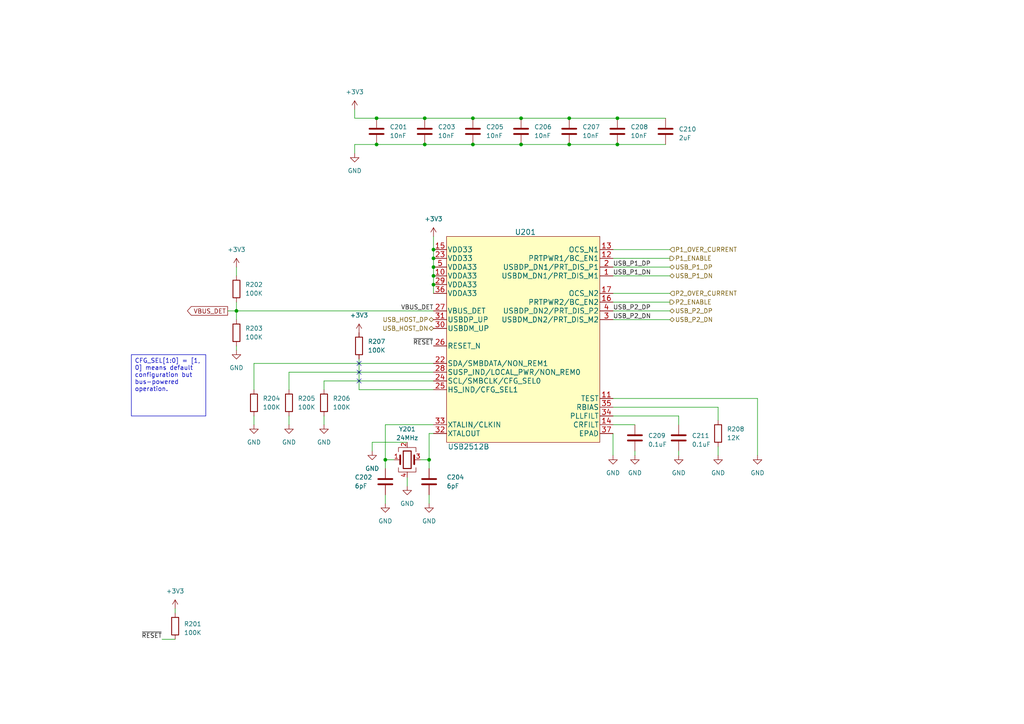
<source format=kicad_sch>
(kicad_sch (version 20230121) (generator eeschema)
  (paper "A4")
  (lib_symbols
    (symbol "2usb:USB2512B-AEZG" (pin_names (offset 0.254))
      (property "Reference" "U" (at 0 33.02 0))
      (property "Value" "USB2512B-AEZG" (at -13.97 -30.48 0))
      (symbol "USB2512B-AEZG_1_1"
        (rectangle (start -22.86 30.48) (end 21.59 -29.21) (fill (type background)))
        (pin bidirectional line (at 25.4 19.05 180) (length 3.81) (name "USBDM_DN1/PRT_DIS_M1") (number "1"))
        (pin power_in line (at -26.67 19.05 0) (length 3.81) (name "VDDA33") (number "10"))
        (pin passive line (at 25.4 -16.51 180) (length 3.81) (name "TEST") (number "11"))
        (pin bidirectional line (at 25.4 24.13 180) (length 3.81) (name "PRTPWR1/BC_EN1") (number "12"))
        (pin bidirectional line (at 25.4 26.67 180) (length 3.81) (name "OCS_N1") (number "13"))
        (pin bidirectional line (at 25.4 -24.13 180) (length 3.81) (name "CRFILT") (number "14"))
        (pin power_in line (at -26.67 26.67 0) (length 3.81) (name "VDD33") (number "15"))
        (pin bidirectional line (at 25.4 11.43 180) (length 3.81) (name "PRTPWR2/BC_EN2") (number "16"))
        (pin bidirectional line (at 25.4 13.97 180) (length 3.81) (name "OCS_N2") (number "17"))
        (pin no_connect line (at -3.81 -52.07 0) (length 3.81) hide (name "NC") (number "18"))
        (pin no_connect line (at -3.81 -36.83 0) (length 3.81) hide (name "NC") (number "19"))
        (pin bidirectional line (at 25.4 21.59 180) (length 3.81) (name "USBDP_DN1/PRT_DIS_P1") (number "2"))
        (pin no_connect line (at -3.81 -31.75 0) (length 3.81) hide (name "NC") (number "20"))
        (pin no_connect line (at -3.81 -34.29 0) (length 3.81) hide (name "NC") (number "21"))
        (pin bidirectional line (at -26.67 -6.35 0) (length 3.81) (name "SDA/SMBDATA/NON_REM1") (number "22"))
        (pin power_in line (at -26.67 24.13 0) (length 3.81) (name "VDD33") (number "23"))
        (pin bidirectional line (at -26.67 -11.43 0) (length 3.81) (name "SCL/SMBCLK/CFG_SEL0") (number "24"))
        (pin bidirectional line (at -26.67 -13.97 0) (length 3.81) (name "HS_IND/CFG_SEL1") (number "25"))
        (pin bidirectional line (at -26.67 -1.27 0) (length 3.81) (name "RESET_N") (number "26"))
        (pin bidirectional line (at -26.67 8.89 0) (length 3.81) (name "VBUS_DET") (number "27"))
        (pin bidirectional line (at -26.67 -8.89 0) (length 3.81) (name "SUSP_IND/LOCAL_PWR/NON_REM0") (number "28"))
        (pin power_in line (at -26.67 16.51 0) (length 3.81) (name "VDDA33") (number "29"))
        (pin bidirectional line (at 25.4 6.35 180) (length 3.81) (name "USBDM_DN2/PRT_DIS_M2") (number "3"))
        (pin bidirectional line (at -26.67 3.81 0) (length 3.81) (name "USBDM_UP") (number "30"))
        (pin bidirectional line (at -26.67 6.35 0) (length 3.81) (name "USBDP_UP") (number "31"))
        (pin output line (at -26.67 -26.67 0) (length 3.81) (name "XTALOUT") (number "32"))
        (pin input line (at -26.67 -24.13 0) (length 3.81) (name "XTALIN/CLKIN") (number "33"))
        (pin bidirectional line (at 25.4 -21.59 180) (length 3.81) (name "PLLFILT") (number "34"))
        (pin bidirectional line (at 25.4 -19.05 180) (length 3.81) (name "RBIAS") (number "35"))
        (pin power_in line (at -26.67 13.97 0) (length 3.81) (name "VDDA33") (number "36"))
        (pin unspecified line (at 25.4 -26.67 180) (length 3.81) (name "EPAD") (number "37"))
        (pin bidirectional line (at 25.4 8.89 180) (length 3.81) (name "USBDP_DN2/PRT_DIS_P2") (number "4"))
        (pin power_in line (at -26.67 21.59 0) (length 3.81) (name "VDDA33") (number "5"))
        (pin no_connect line (at -3.81 -41.91 0) (length 3.81) hide (name "NC") (number "6"))
        (pin no_connect line (at -3.81 -44.45 0) (length 3.81) hide (name "NC") (number "7"))
        (pin no_connect line (at -3.81 -46.99 0) (length 3.81) hide (name "NC") (number "8"))
        (pin no_connect line (at -3.81 -49.53 0) (length 3.81) hide (name "NC") (number "9"))
      )
    )
    (symbol "Device:C" (pin_numbers hide) (pin_names (offset 0.254))
      (property "Reference" "C" (at 0.635 2.54 0))
      (property "Value" "C" (at 0.635 -2.54 0))
      (symbol "C_0_1"
        (polyline (pts (xy -2.032 -0.762) (xy 2.032 -0.762)) (stroke (width 0.508)))
        (polyline (pts (xy -2.032 0.762) (xy 2.032 0.762)) (stroke (width 0.508)))
      )
      (symbol "C_1_1"
        (pin passive line (at 0 3.81 270) (length 2.794) (name "~") (number "1"))
        (pin passive line (at 0 -3.81 90) (length 2.794) (name "~") (number "2"))
      )
    )
    (symbol "Device:Crystal_GND24" (pin_names (offset 1.016) hide)
      (property "Reference" "Y" (at 3.175 5.08 0))
      (property "Value" "Crystal_GND24" (at 3.175 3.175 0))
      (symbol "Crystal_GND24_0_1"
        (rectangle (start -1.143 2.54) (end 1.143 -2.54) (stroke (width 0.3048)))
        (polyline (pts (xy -2.54 0) (xy -2.032 0)))
        (polyline (pts (xy -2.032 -1.27) (xy -2.032 1.27)) (stroke (width 0.508)))
        (polyline (pts (xy 0 -3.81) (xy 0 -3.556)))
        (polyline (pts (xy 0 3.556) (xy 0 3.81)))
        (polyline (pts (xy 2.032 -1.27) (xy 2.032 1.27)) (stroke (width 0.508)))
        (polyline (pts (xy 2.032 0) (xy 2.54 0)))
        (polyline (pts (xy -2.54 -2.286) (xy -2.54 -3.556) (xy 2.54 -3.556) (xy 2.54 -2.286)))
        (polyline (pts (xy -2.54 2.286) (xy -2.54 3.556) (xy 2.54 3.556) (xy 2.54 2.286)))
      )
      (symbol "Crystal_GND24_1_1"
        (pin passive line (at -3.81 0 0) (length 1.27) (name "1") (number "1"))
        (pin passive line (at 0 5.08 270) (length 1.27) (name "2") (number "2"))
        (pin passive line (at 3.81 0 180) (length 1.27) (name "3") (number "3"))
        (pin passive line (at 0 -5.08 90) (length 1.27) (name "4") (number "4"))
      )
    )
    (symbol "Device:R" (pin_numbers hide) (pin_names (offset 0))
      (property "Reference" "R" (at 2.032 0 90))
      (property "Value" "R" (at 0 0 90))
      (symbol "R_0_1"
        (rectangle (start -1.016 -2.54) (end 1.016 2.54) (stroke (width 0.254)))
      )
      (symbol "R_1_1"
        (pin passive line (at 0 3.81 270) (length 1.27) (name "~") (number "1"))
        (pin passive line (at 0 -3.81 90) (length 1.27) (name "~") (number "2"))
      )
    )
    (symbol "power:+3V3" (power) (pin_names (offset 0))
      (property "Value" "+3V3" (at 0 3.556 0))
      (symbol "+3V3_0_1"
        (polyline (pts (xy -0.762 1.27) (xy 0 2.54)))
        (polyline (pts (xy 0 0) (xy 0 2.54)))
        (polyline (pts (xy 0 2.54) (xy 0.762 1.27)))
      )
      (symbol "+3V3_1_1"
        (pin power_in line (at 0 0 90) (length 0) hide (name "+3V3") (number "1"))
      )
    )
    (symbol "power:GND" (power) (pin_names (offset 0))
      (property "Value" "GND" (at 0 -3.81 0))
      (symbol "GND_0_1"
        (polyline (pts (xy 0 0) (xy 0 -1.27) (xy 1.27 -1.27) (xy 0 -2.54) (xy -1.27 -1.27) (xy 0 -1.27)))
      )
      (symbol "GND_1_1"
        (pin power_in line (at 0 0 270) (length 0) hide (name "GND") (number "1"))
      )
    )
  )
  (junction (at 125.73 74.93))
  (junction (at 109.22 41.91))
  (junction (at 124.46 133.35))
  (junction (at 123.19 34.29))
  (junction (at 125.73 72.39))
  (junction (at 68.58 90.17))
  (junction (at 123.19 41.91))
  (junction (at 165.1 41.91))
  (junction (at 151.13 34.29))
  (junction (at 109.22 34.29))
  (junction (at 179.07 41.91))
  (junction (at 137.16 34.29))
  (junction (at 179.07 34.29))
  (junction (at 111.76 133.35))
  (junction (at 125.73 80.01))
  (junction (at 165.1 34.29))
  (junction (at 125.73 82.55))
  (junction (at 151.13 41.91))
  (junction (at 137.16 41.91))
  (junction (at 125.73 77.47))
  (no_connect (at 104.14 107.95))
  (no_connect (at 104.14 105.41))
  (no_connect (at 104.14 110.49))
  (wire (pts (xy 124.46 133.35) (xy 124.46 135.89)))
  (wire (pts (xy 123.19 34.29) (xy 137.16 34.29)))
  (wire (pts (xy 125.73 125.73) (xy 124.46 125.73)))
  (wire (pts (xy 196.85 130.81) (xy 196.85 132.08)))
  (wire (pts (xy 104.14 104.14) (xy 104.14 113.03)))
  (wire (pts (xy 111.76 123.19) (xy 111.76 133.35)))
  (wire (pts (xy 194.31 85.09) (xy 177.8 85.09)))
  (wire (pts (xy 177.8 115.57) (xy 219.71 115.57)))
  (wire (pts (xy 179.07 41.91) (xy 193.04 41.91)))
  (wire (pts (xy 125.73 68.58) (xy 125.73 72.39)))
  (wire (pts (xy 179.07 34.29) (xy 193.04 34.29)))
  (wire (pts (xy 46.99 185.42) (xy 50.8 185.42)))
  (wire (pts (xy 151.13 34.29) (xy 165.1 34.29)))
  (wire (pts (xy 111.76 133.35) (xy 114.3 133.35)))
  (wire (pts (xy 109.22 41.91) (xy 123.19 41.91)))
  (wire (pts (xy 194.31 80.01) (xy 177.8 80.01)))
  (wire (pts (xy 125.73 77.47) (xy 125.73 80.01)))
  (wire (pts (xy 102.87 41.91) (xy 102.87 44.45)))
  (wire (pts (xy 165.1 34.29) (xy 179.07 34.29)))
  (wire (pts (xy 118.11 128.27) (xy 107.95 128.27)))
  (wire (pts (xy 83.82 107.95) (xy 83.82 113.03)))
  (wire (pts (xy 107.95 128.27) (xy 107.95 130.81)))
  (wire (pts (xy 125.73 123.19) (xy 111.76 123.19)))
  (wire (pts (xy 73.66 105.41) (xy 125.73 105.41)))
  (wire (pts (xy 123.19 41.91) (xy 137.16 41.91)))
  (wire (pts (xy 208.28 129.54) (xy 208.28 132.08)))
  (wire (pts (xy 66.04 90.17) (xy 68.58 90.17)))
  (wire (pts (xy 124.46 143.51) (xy 124.46 146.05)))
  (wire (pts (xy 109.22 41.91) (xy 102.87 41.91)))
  (wire (pts (xy 137.16 41.91) (xy 151.13 41.91)))
  (wire (pts (xy 102.87 31.75) (xy 102.87 34.29)))
  (wire (pts (xy 124.46 125.73) (xy 124.46 133.35)))
  (wire (pts (xy 109.22 34.29) (xy 123.19 34.29)))
  (wire (pts (xy 125.73 72.39) (xy 125.73 74.93)))
  (wire (pts (xy 125.73 107.95) (xy 83.82 107.95)))
  (wire (pts (xy 68.58 100.33) (xy 68.58 101.6)))
  (wire (pts (xy 68.58 90.17) (xy 125.73 90.17)))
  (wire (pts (xy 177.8 118.11) (xy 208.28 118.11)))
  (wire (pts (xy 194.31 87.63) (xy 177.8 87.63)))
  (wire (pts (xy 194.31 90.17) (xy 177.8 90.17)))
  (wire (pts (xy 68.58 77.47) (xy 68.58 80.01)))
  (wire (pts (xy 177.8 123.19) (xy 184.15 123.19)))
  (wire (pts (xy 93.98 120.65) (xy 93.98 123.19)))
  (wire (pts (xy 165.1 41.91) (xy 179.07 41.91)))
  (wire (pts (xy 118.11 138.43) (xy 118.11 140.97)))
  (wire (pts (xy 111.76 133.35) (xy 111.76 135.89)))
  (wire (pts (xy 125.73 80.01) (xy 125.73 82.55)))
  (wire (pts (xy 111.76 143.51) (xy 111.76 146.05)))
  (wire (pts (xy 137.16 34.29) (xy 151.13 34.29)))
  (wire (pts (xy 184.15 130.81) (xy 184.15 132.08)))
  (wire (pts (xy 219.71 115.57) (xy 219.71 132.08)))
  (wire (pts (xy 93.98 110.49) (xy 93.98 113.03)))
  (wire (pts (xy 208.28 118.11) (xy 208.28 121.92)))
  (wire (pts (xy 177.8 120.65) (xy 196.85 120.65)))
  (wire (pts (xy 109.22 34.29) (xy 102.87 34.29)))
  (wire (pts (xy 151.13 41.91) (xy 165.1 41.91)))
  (wire (pts (xy 125.73 110.49) (xy 93.98 110.49)))
  (wire (pts (xy 125.73 74.93) (xy 125.73 77.47)))
  (wire (pts (xy 177.8 125.73) (xy 177.8 132.08)))
  (wire (pts (xy 125.73 82.55) (xy 125.73 85.09)))
  (wire (pts (xy 83.82 120.65) (xy 83.82 123.19)))
  (wire (pts (xy 73.66 113.03) (xy 73.66 105.41)))
  (wire (pts (xy 196.85 123.19) (xy 196.85 120.65)))
  (wire (pts (xy 194.31 92.71) (xy 177.8 92.71)))
  (wire (pts (xy 73.66 120.65) (xy 73.66 123.19)))
  (wire (pts (xy 194.31 77.47) (xy 177.8 77.47)))
  (wire (pts (xy 194.31 74.93) (xy 177.8 74.93)))
  (wire (pts (xy 124.46 133.35) (xy 121.92 133.35)))
  (wire (pts (xy 104.14 113.03) (xy 125.73 113.03)))
  (wire (pts (xy 68.58 90.17) (xy 68.58 92.71)))
  (wire (pts (xy 50.8 176.53) (xy 50.8 177.8)))
  (wire (pts (xy 68.58 87.63) (xy 68.58 90.17)))
  (wire (pts (xy 194.31 72.39) (xy 177.8 72.39)))
  (text_box "CFG_SEL[1:0] = [1, 0] means default configuration but bus-powered operation." (at 38.1 102.87 0) (size 21.59 17.78) (effects (font (size 1.27 1.27)) (justify left top)))
  (label "USB_P2_DP" (at 177.8 90.17 0))
  (label "USB_P1_DN" (at 177.8 80.01 0))
  (label "USB_P2_DN" (at 177.8 92.71 0))
  (label "USB_P1_DP" (at 177.8 77.47 0))
  (label "~{RESET}" (at 46.99 185.42 180))
  (label "~{RESET}" (at 125.73 100.33 180))
  (label "VBUS_DET" (at 125.73 90.17 180))
  (global_label "VBUS_DET" (shape output) (at 66.04 90.17 180) (property "Intersheetrefs" "${INTERSHEET_REFS}" (effects hide)))
  (hierarchical_label "USB_HOST_DP" (shape bidirectional) (at 125.73 92.71 180))
  (hierarchical_label "P1_OVER_CURRENT" (shape input) (at 194.31 72.39 0))
  (hierarchical_label "USB_HOST_DN" (shape bidirectional) (at 125.73 95.25 180))
  (hierarchical_label "USB_P2_DP" (shape bidirectional) (at 194.31 90.17 0))
  (hierarchical_label "P2_ENABLE" (shape output) (at 194.31 87.63 0))
  (hierarchical_label "USB_P1_DP" (shape bidirectional) (at 194.31 77.47 0))
  (hierarchical_label "P1_ENABLE" (shape output) (at 194.31 74.93 0))
  (hierarchical_label "USB_P1_DN" (shape bidirectional) (at 194.31 80.01 0))
  (hierarchical_label "P2_OVER_CURRENT" (shape input) (at 194.31 85.09 0))
  (hierarchical_label "USB_P2_DN" (shape bidirectional) (at 194.31 92.71 0))
  (symbol (lib_id "power:GND") (at 102.87 44.45 0) (unit 1)
    (property "Reference" "#PWR0308" (effects hide))
    (property "Value" "GND" (at 102.87 49.53 0))
  )
  (symbol (lib_id "power:GND") (at 208.28 132.08 0) (unit 1)
    (property "Reference" "#PWR0318" (effects hide))
    (property "Value" "GND" (at 208.28 137.16 0))
  )
  (symbol (lib_id "power:GND") (at 68.58 101.6 0) (unit 1)
    (property "Reference" "#PWR0303" (effects hide))
    (property "Value" "GND" (at 68.58 106.68 0))
  )
  (symbol (lib_id "power:GND") (at 124.46 146.05 0) (unit 1)
    (property "Reference" "#PWR0313" (effects hide))
    (property "Value" "GND" (at 124.46 151.13 0))
  )
  (symbol (lib_id "2usb:USB2512B-AEZG") (at 152.4 99.06 0) (unit 1)
    (property "Reference" "U201" (at 152.4 67.31 0) (effects (font (size 1.524 1.524))))
    (property "Value" "USB2512B" (at 135.89 129.54 0) (effects (font (size 1.524 1.524))))
    (property "Footprint" "2usb:USB2512-AEZG" (effects hide))
    (property "Datasheet" "https://ww1.microchip.com/downloads/aemDocuments/documents/OTH/ProductDocuments/DataSheets/00001692C.pdf" (effects hide))
    (property "MPN" "USB2512BT/M2" (effects hide))
    (property "Manufacturer" "Microchip" (effects hide))
  )
  (symbol (lib_id "power:GND") (at 196.85 132.08 0) (unit 1)
    (property "Reference" "#PWR0317" (effects hide))
    (property "Value" "GND" (at 196.85 137.16 0))
  )
  (symbol (lib_id "Device:R") (at 93.98 116.84 0) (unit 1)
    (property "Reference" "R206" (at 96.52 115.5699 0) (effects (justify left)))
    (property "Value" "100K" (at 96.52 118.1099 0) (effects (justify left)))
    (property "Footprint" "Resistor_SMD:R_0201_0603Metric" (effects hide))
  )
  (symbol (lib_id "power:GND") (at 184.15 132.08 0) (unit 1)
    (property "Reference" "#PWR0316" (effects hide))
    (property "Value" "GND" (at 184.15 137.16 0))
  )
  (symbol (lib_id "Device:R") (at 104.14 100.33 0) (unit 1)
    (property "Reference" "R207" (at 106.68 99.0599 0) (effects (justify left)))
    (property "Value" "100K" (at 106.68 101.5999 0) (effects (justify left)))
    (property "Footprint" "Resistor_SMD:R_0201_0603Metric" (effects hide))
  )
  (symbol (lib_id "Device:C") (at 196.85 127 0) (unit 1)
    (property "Reference" "C211" (at 200.66 126.365 0) (effects (justify left)))
    (property "Value" "0.1uF" (at 200.66 128.905 0) (effects (justify left)))
    (property "Footprint" "Capacitor_SMD:C_0201_0603Metric" (effects hide))
  )
  (symbol (lib_id "Device:R") (at 68.58 96.52 0) (unit 1)
    (property "Reference" "R203" (at 71.12 95.2499 0) (effects (justify left)))
    (property "Value" "100K" (at 71.12 97.7899 0) (effects (justify left)))
    (property "Footprint" "Resistor_SMD:R_0201_0603Metric" (effects hide))
  )
  (symbol (lib_id "Device:C") (at 111.76 139.7 0) (unit 1)
    (property "Reference" "C202" (at 102.87 138.43 0) (effects (justify left)))
    (property "Value" "6pF" (at 102.87 140.97 0) (effects (justify left)))
    (property "Footprint" "Capacitor_SMD:C_0201_0603Metric" (effects hide))
  )
  (symbol (lib_id "Device:C") (at 137.16 38.1 0) (unit 1)
    (property "Reference" "C205" (at 140.97 36.8299 0) (effects (justify left)))
    (property "Value" "10nF" (at 140.97 39.3699 0) (effects (justify left)))
    (property "Footprint" "Capacitor_SMD:C_0201_0603Metric" (effects hide))
  )
  (symbol (lib_id "power:+3V3") (at 125.73 68.58 0) (unit 1)
    (property "Reference" "#PWR0314" (effects hide))
    (property "Value" "+3V3" (at 125.73 63.5 0))
  )
  (symbol (lib_id "power:GND") (at 73.66 123.19 0) (unit 1)
    (property "Reference" "#PWR0304" (effects hide))
    (property "Value" "GND" (at 73.66 128.27 0))
  )
  (symbol (lib_id "power:+3V3") (at 104.14 96.52 0) (unit 1)
    (property "Reference" "#PWR0102" (effects hide))
    (property "Value" "+3V3" (at 104.14 91.44 0))
  )
  (symbol (lib_id "Device:Crystal_GND24") (at 118.11 133.35 0) (unit 1)
    (property "Reference" "Y201" (at 118.11 124.46 0))
    (property "Value" "24MHz" (at 118.11 127 0))
    (property "Footprint" "2usb:XTAL_ABM12W-24.0000MHZ-6-D1X-T3" (effects hide))
    (property "Datasheet" "https://www.mouser.com/datasheet/2/3/ABM12W-1775148.pdf" (effects hide))
    (property "MPN" "ABM12W-24.0000MHZ-6-D1X-T3" (effects hide))
  )
  (symbol (lib_id "power:+3V3") (at 50.8 176.53 0) (unit 1)
    (property "Reference" "#PWR0301" (effects hide))
    (property "Value" "+3V3" (at 50.8 171.45 0))
  )
  (symbol (lib_id "Device:C") (at 124.46 139.7 0) (unit 1)
    (property "Reference" "C204" (at 129.54 138.43 0) (effects (justify left)))
    (property "Value" "6pF" (at 129.54 140.97 0) (effects (justify left)))
    (property "Footprint" "Capacitor_SMD:C_0201_0603Metric" (effects hide))
  )
  (symbol (lib_id "Device:R") (at 208.28 125.73 0) (unit 1)
    (property "Reference" "R208" (at 210.82 124.4599 0) (effects (justify left)))
    (property "Value" "12K" (at 210.82 126.9999 0) (effects (justify left)))
    (property "Footprint" "Resistor_SMD:R_0201_0603Metric" (effects hide))
    (property "Tolerance" "1%" (effects hide))
  )
  (symbol (lib_id "power:GND") (at 177.8 132.08 0) (unit 1)
    (property "Reference" "#PWR0315" (effects hide))
    (property "Value" "GND" (at 177.8 137.16 0))
  )
  (symbol (lib_id "power:+3V3") (at 102.87 31.75 0) (unit 1)
    (property "Reference" "#PWR0307" (effects hide))
    (property "Value" "+3V3" (at 102.87 26.67 0))
  )
  (symbol (lib_id "Device:C") (at 179.07 38.1 0) (unit 1)
    (property "Reference" "C208" (at 182.88 36.8299 0) (effects (justify left)))
    (property "Value" "10nF" (at 182.88 39.3699 0) (effects (justify left)))
    (property "Footprint" "Capacitor_SMD:C_0201_0603Metric" (effects hide))
  )
  (symbol (lib_id "Device:R") (at 50.8 181.61 0) (unit 1)
    (property "Reference" "R201" (at 53.34 180.975 0) (effects (justify left)))
    (property "Value" "100K" (at 53.34 183.515 0) (effects (justify left)))
    (property "Footprint" "Resistor_SMD:R_0201_0603Metric" (effects hide))
  )
  (symbol (lib_id "power:GND") (at 93.98 123.19 0) (unit 1)
    (property "Reference" "#PWR0306" (effects hide))
    (property "Value" "GND" (at 93.98 128.27 0))
  )
  (symbol (lib_id "power:GND") (at 118.11 140.97 0) (unit 1)
    (property "Reference" "#PWR0312" (effects hide))
    (property "Value" "GND" (at 118.11 146.05 0))
  )
  (symbol (lib_id "Device:R") (at 73.66 116.84 0) (unit 1)
    (property "Reference" "R204" (at 76.2 115.5699 0) (effects (justify left)))
    (property "Value" "100K" (at 76.2 118.1099 0) (effects (justify left)))
    (property "Footprint" "Resistor_SMD:R_0201_0603Metric" (effects hide))
  )
  (symbol (lib_id "Device:C") (at 151.13 38.1 0) (unit 1)
    (property "Reference" "C206" (at 154.94 36.8299 0) (effects (justify left)))
    (property "Value" "10nF" (at 154.94 39.3699 0) (effects (justify left)))
    (property "Footprint" "Capacitor_SMD:C_0201_0603Metric" (effects hide))
  )
  (symbol (lib_id "Device:C") (at 193.04 38.1 0) (unit 1)
    (property "Reference" "C210" (at 196.85 37.465 0) (effects (justify left)))
    (property "Value" "2uF" (at 196.85 40.005 0) (effects (justify left)))
    (property "Footprint" "Capacitor_SMD:C_0402_1005Metric" (effects hide))
  )
  (symbol (lib_id "Device:C") (at 109.22 38.1 0) (unit 1)
    (property "Reference" "C201" (at 113.03 36.8299 0) (effects (justify left)))
    (property "Value" "10nF" (at 113.03 39.3699 0) (effects (justify left)))
    (property "Footprint" "Capacitor_SMD:C_0201_0603Metric" (effects hide))
  )
  (symbol (lib_id "Device:R") (at 83.82 116.84 0) (unit 1)
    (property "Reference" "R205" (at 86.36 115.5699 0) (effects (justify left)))
    (property "Value" "100K" (at 86.36 118.1099 0) (effects (justify left)))
    (property "Footprint" "Resistor_SMD:R_0201_0603Metric" (effects hide))
  )
  (symbol (lib_id "power:GND") (at 83.82 123.19 0) (unit 1)
    (property "Reference" "#PWR0305" (effects hide))
    (property "Value" "GND" (at 83.82 128.27 0))
  )
  (symbol (lib_id "power:+3V3") (at 68.58 77.47 0) (unit 1)
    (property "Reference" "#PWR0302" (effects hide))
    (property "Value" "+3V3" (at 68.58 72.39 0))
  )
  (symbol (lib_id "Device:C") (at 184.15 127 0) (unit 1)
    (property "Reference" "C209" (at 187.96 126.365 0) (effects (justify left)))
    (property "Value" "0.1uF" (at 187.96 128.905 0) (effects (justify left)))
    (property "Footprint" "Capacitor_SMD:C_0201_0603Metric" (effects hide))
  )
  (symbol (lib_id "power:GND") (at 111.76 146.05 0) (unit 1)
    (property "Reference" "#PWR0311" (effects hide))
    (property "Value" "GND" (at 111.76 151.13 0))
  )
  (symbol (lib_id "power:GND") (at 107.95 130.81 0) (unit 1)
    (property "Reference" "#PWR0310" (effects hide))
    (property "Value" "GND" (at 107.95 135.89 0))
  )
  (symbol (lib_id "Device:C") (at 165.1 38.1 0) (unit 1)
    (property "Reference" "C207" (at 168.91 36.8299 0) (effects (justify left)))
    (property "Value" "10nF" (at 168.91 39.3699 0) (effects (justify left)))
    (property "Footprint" "Capacitor_SMD:C_0201_0603Metric" (effects hide))
  )
  (symbol (lib_id "Device:C") (at 123.19 38.1 0) (unit 1)
    (property "Reference" "C203" (at 127 36.8299 0) (effects (justify left)))
    (property "Value" "10nF" (at 127 39.3699 0) (effects (justify left)))
    (property "Footprint" "Capacitor_SMD:C_0201_0603Metric" (effects hide))
  )
  (symbol (lib_id "power:GND") (at 219.71 132.08 0) (unit 1)
    (property "Reference" "#PWR0112" (effects hide))
    (property "Value" "GND" (at 219.71 137.16 0))
  )
  (symbol (lib_id "Device:R") (at 68.58 83.82 0) (unit 1)
    (property "Reference" "R202" (at 71.12 82.5499 0) (effects (justify left)))
    (property "Value" "100K" (at 71.12 85.0899 0) (effects (justify left)))
    (property "Footprint" "Resistor_SMD:R_0201_0603Metric" (effects hide))
  )
)
</source>
